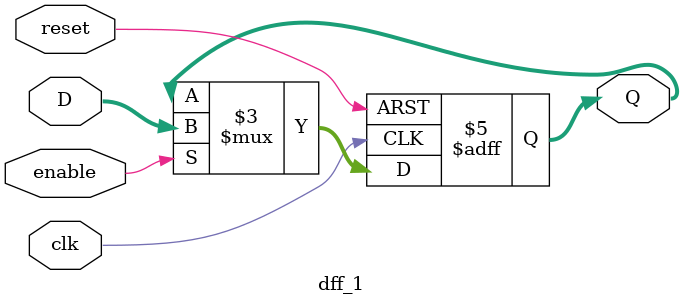
<source format=v>
module dff_1(
    input wire [31:0] D,
    input wire clk,
    input wire reset,
    input wire enable,
    output reg [31:0] Q
);
always@(posedge clk or negedge reset) begin
    if(!reset) Q <= 0;
    else begin
        if(enable) Q <= D;
    end
end
endmodule

</source>
